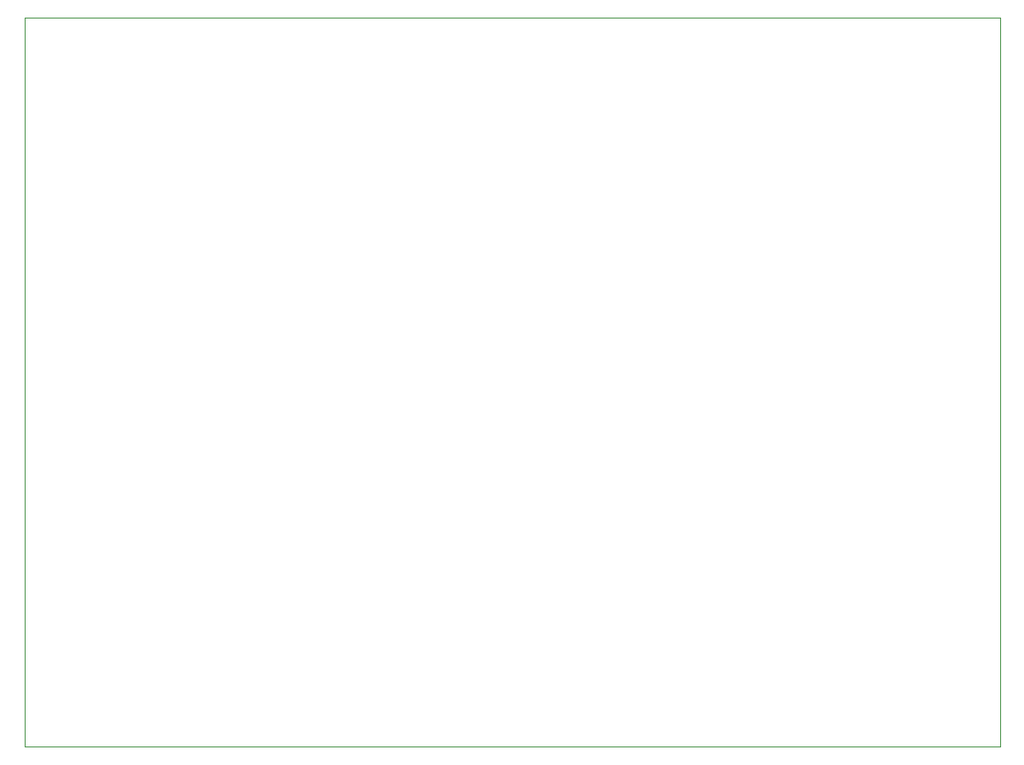
<source format=gbr>
G04 #@! TF.GenerationSoftware,KiCad,Pcbnew,(6.0.7-1)-1*
G04 #@! TF.CreationDate,2022-09-29T12:27:23-05:00*
G04 #@! TF.ProjectId,ramn,72616d6e-2e6b-4696-9361-645f70636258,rev?*
G04 #@! TF.SameCoordinates,Original*
G04 #@! TF.FileFunction,Profile,NP*
%FSLAX46Y46*%
G04 Gerber Fmt 4.6, Leading zero omitted, Abs format (unit mm)*
G04 Created by KiCad (PCBNEW (6.0.7-1)-1) date 2022-09-29 12:27:23*
%MOMM*%
%LPD*%
G01*
G04 APERTURE LIST*
G04 #@! TA.AperFunction,Profile*
%ADD10C,0.050000*%
G04 #@! TD*
G04 APERTURE END LIST*
D10*
X39350000Y-41490000D02*
X132962883Y-41490000D01*
X132962883Y-41490000D02*
X132962883Y-111470000D01*
X132962883Y-111470000D02*
X39350000Y-111470000D01*
X39350000Y-111470000D02*
X39350000Y-41490000D01*
M02*

</source>
